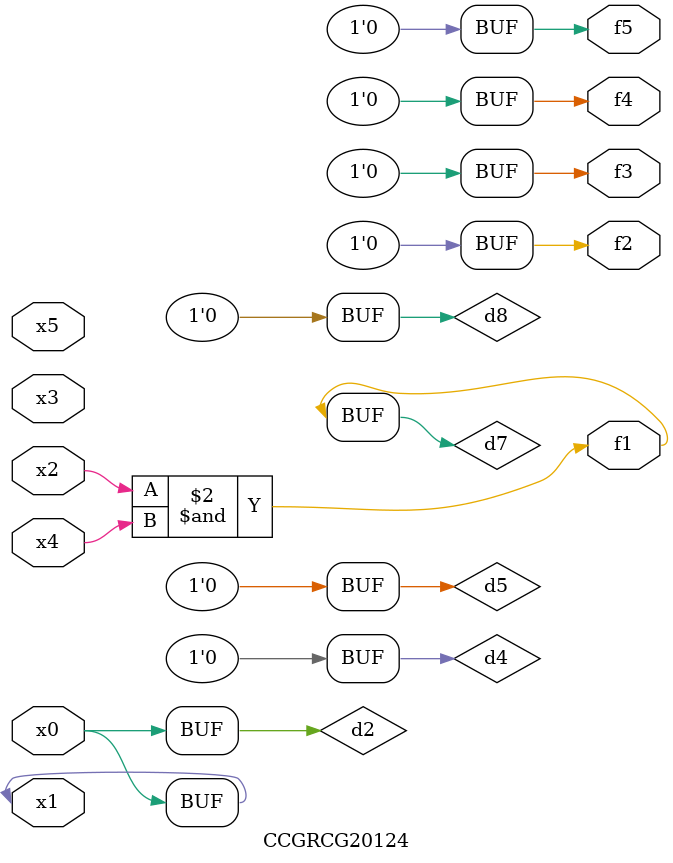
<source format=v>
module CCGRCG20124(
	input x0, x1, x2, x3, x4, x5,
	output f1, f2, f3, f4, f5
);

	wire d1, d2, d3, d4, d5, d6, d7, d8, d9;

	nand (d1, x1);
	buf (d2, x0, x1);
	nand (d3, x2, x4);
	and (d4, d1, d2);
	and (d5, d1, d2);
	nand (d6, d1, d3);
	not (d7, d3);
	xor (d8, d5);
	nor (d9, d5, d6);
	assign f1 = d7;
	assign f2 = d8;
	assign f3 = d8;
	assign f4 = d8;
	assign f5 = d8;
endmodule

</source>
